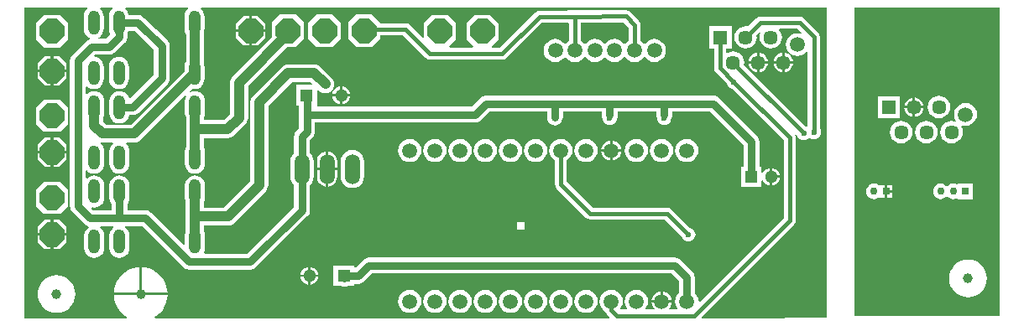
<source format=gtl>
G04*
G04 #@! TF.GenerationSoftware,Altium Limited,Altium Designer,20.0.12 (288)*
G04*
G04 Layer_Physical_Order=1*
G04 Layer_Color=255*
%FSLAX42Y42*%
%MOMM*%
G71*
G01*
G75*
%ADD16R,1.30X1.30*%
%ADD17C,1.30*%
%ADD18C,0.75*%
%ADD19R,0.75X0.75*%
%ADD20C,1.50*%
%ADD21C,1.45*%
%ADD22R,1.45X1.45*%
%ADD23C,1.52*%
%ADD24O,1.52X3.05*%
%ADD25P,2.66X8X112.5*%
%ADD26P,2.66X8X22.5*%
%ADD27O,1.22X2.44*%
%ADD28C,1.00*%
%ADD29C,0.60*%
%ADD30C,1.00*%
%ADD31C,0.80*%
%ADD32C,0.40*%
G36*
X971Y3207D02*
X962Y3200D01*
X946Y3179D01*
X936Y3154D01*
X933Y3128D01*
Y3006D01*
X936Y2980D01*
X946Y2955D01*
X949Y2951D01*
X900Y2904D01*
X832D01*
X829Y2917D01*
X831Y2918D01*
X852Y2934D01*
X869Y2955D01*
X879Y2980D01*
X882Y3006D01*
Y3128D01*
X879Y3154D01*
X869Y3179D01*
X852Y3200D01*
X844Y3207D01*
X848Y3219D01*
X967D01*
X971Y3207D01*
D02*
G37*
G36*
X8171Y83D02*
X7328Y81D01*
X6914D01*
X6909Y92D01*
X7846Y1030D01*
X7859Y1050D01*
X7864Y1073D01*
Y1905D01*
X7859Y1928D01*
X7853Y1937D01*
X7863Y1945D01*
X7874Y1934D01*
X7881Y1917D01*
X7893Y1903D01*
X7907Y1892D01*
X7924Y1884D01*
X7943Y1882D01*
X7961Y1884D01*
X7978Y1892D01*
X7992Y1903D01*
X7997Y1909D01*
X8009Y1900D01*
X8026Y1893D01*
X8044Y1891D01*
X8062Y1893D01*
X8079Y1900D01*
X8094Y1911D01*
X8105Y1926D01*
X8112Y1943D01*
X8115Y1961D01*
X8112Y1980D01*
X8105Y1997D01*
Y2927D01*
X8101Y2950D01*
X8087Y2970D01*
X7945Y3112D01*
X7925Y3126D01*
X7902Y3130D01*
X7507D01*
X7483Y3126D01*
X7463Y3112D01*
X7381Y3030D01*
X7357Y3033D01*
X7328Y3029D01*
X7300Y3018D01*
X7277Y2999D01*
X7259Y2976D01*
X7247Y2949D01*
X7243Y2919D01*
X7247Y2890D01*
X7259Y2863D01*
X7277Y2839D01*
X7300Y2821D01*
X7328Y2810D01*
X7357Y2806D01*
X7386Y2810D01*
X7414Y2821D01*
X7437Y2839D01*
X7455Y2863D01*
X7467Y2890D01*
X7470Y2919D01*
X7467Y2943D01*
X7498Y2974D01*
X7509Y2967D01*
X7501Y2949D01*
X7497Y2919D01*
X7501Y2890D01*
X7513Y2863D01*
X7531Y2839D01*
X7554Y2821D01*
X7582Y2810D01*
X7611Y2806D01*
X7640Y2810D01*
X7668Y2821D01*
X7691Y2839D01*
X7709Y2863D01*
X7721Y2890D01*
X7724Y2919D01*
X7721Y2949D01*
X7709Y2976D01*
X7694Y2995D01*
X7700Y3008D01*
X7876D01*
X7917Y2967D01*
X7910Y2957D01*
X7908Y2957D01*
X7878Y2961D01*
X7848Y2957D01*
X7820Y2946D01*
X7796Y2927D01*
X7777Y2903D01*
X7766Y2875D01*
X7762Y2845D01*
X7766Y2815D01*
X7777Y2787D01*
X7796Y2763D01*
X7820Y2745D01*
X7848Y2733D01*
X7878Y2729D01*
X7908Y2733D01*
X7936Y2745D01*
X7960Y2763D01*
X7970Y2777D01*
X7983Y2772D01*
Y2025D01*
X7970Y2017D01*
X7961Y2021D01*
X7340Y2641D01*
X7343Y2665D01*
X7340Y2695D01*
X7328Y2722D01*
X7310Y2745D01*
X7287Y2764D01*
X7259Y2775D01*
X7230Y2779D01*
X7201Y2775D01*
X7173Y2764D01*
X7170Y2761D01*
X7159Y2767D01*
Y2807D01*
X7215D01*
Y3032D01*
X6990D01*
Y2807D01*
X7036D01*
Y2610D01*
X7041Y2587D01*
X7054Y2567D01*
X7170Y2451D01*
X7177Y2434D01*
X7188Y2419D01*
X7203Y2408D01*
X7220Y2401D01*
X7742Y1880D01*
Y1098D01*
X6892Y248D01*
X6880Y255D01*
X6876Y282D01*
X6865Y310D01*
X6846Y335D01*
X6844Y336D01*
Y493D01*
X6841Y514D01*
X6833Y533D01*
X6820Y550D01*
X6701Y669D01*
X6684Y682D01*
X6665Y690D01*
X6644Y693D01*
X3556D01*
X3535Y690D01*
X3516Y682D01*
X3499Y669D01*
X3422Y593D01*
X3410Y595D01*
Y615D01*
X3200D01*
Y405D01*
X3283D01*
X3289Y403D01*
X3310Y400D01*
X3331Y403D01*
X3337Y405D01*
X3410D01*
Y430D01*
X3454D01*
X3475Y432D01*
X3494Y441D01*
X3511Y453D01*
X3589Y532D01*
X6610D01*
X6682Y459D01*
Y336D01*
X6680Y335D01*
X6662Y310D01*
X6650Y282D01*
X6646Y252D01*
X6650Y221D01*
X6662Y193D01*
X6671Y181D01*
X6665Y168D01*
X6586D01*
X6583Y181D01*
X6598Y201D01*
X6608Y225D01*
X6610Y239D01*
X6408D01*
X6410Y225D01*
X6420Y201D01*
X6435Y181D01*
X6432Y168D01*
X6354D01*
X6347Y181D01*
X6357Y193D01*
X6368Y221D01*
X6372Y252D01*
X6368Y282D01*
X6357Y310D01*
X6338Y335D01*
X6314Y353D01*
X6285Y365D01*
X6255Y369D01*
X6225Y365D01*
X6197Y353D01*
X6172Y335D01*
X6154Y310D01*
X6142Y282D01*
X6138Y252D01*
X6142Y221D01*
X6154Y193D01*
X6163Y181D01*
X6157Y168D01*
X6100D01*
X6093Y181D01*
X6103Y193D01*
X6114Y221D01*
X6118Y252D01*
X6114Y282D01*
X6103Y310D01*
X6084Y335D01*
X6060Y353D01*
X6031Y365D01*
X6001Y369D01*
X5971Y365D01*
X5943Y353D01*
X5918Y335D01*
X5900Y310D01*
X5888Y282D01*
X5884Y252D01*
X5888Y221D01*
X5900Y193D01*
X5918Y169D01*
X5943Y150D01*
X5943Y150D01*
X5945Y140D01*
X5958Y121D01*
X5986Y92D01*
X5981Y81D01*
X1398D01*
X1395Y93D01*
X1414Y106D01*
X1447Y133D01*
X1474Y166D01*
X1497Y202D01*
X1513Y241D01*
X1523Y283D01*
X1525Y312D01*
X985D01*
X987Y283D01*
X997Y241D01*
X1013Y202D01*
X1036Y166D01*
X1063Y133D01*
X1096Y106D01*
X1115Y93D01*
X1112Y81D01*
X81D01*
Y3219D01*
X713D01*
X717Y3207D01*
X708Y3200D01*
X692Y3179D01*
X682Y3154D01*
X679Y3128D01*
Y3006D01*
X682Y2980D01*
X692Y2955D01*
X708Y2934D01*
X730Y2918D01*
X738Y2914D01*
X739Y2906D01*
X738Y2901D01*
X720Y2893D01*
X703Y2880D01*
X563Y2740D01*
X550Y2723D01*
X542Y2704D01*
X539Y2683D01*
Y1216D01*
X542Y1195D01*
X550Y1176D01*
X563Y1159D01*
X688Y1034D01*
X705Y1021D01*
X724Y1013D01*
X727Y1013D01*
X731Y999D01*
X714Y986D01*
X698Y965D01*
X687Y941D01*
X684Y914D01*
Y793D01*
X687Y766D01*
X698Y742D01*
X714Y721D01*
X735Y704D01*
X759Y694D01*
X786Y691D01*
X812Y694D01*
X837Y704D01*
X858Y721D01*
X874Y742D01*
X884Y766D01*
X888Y793D01*
Y914D01*
X884Y941D01*
X874Y965D01*
X858Y986D01*
X843Y998D01*
X847Y1010D01*
X978D01*
X982Y998D01*
X968Y986D01*
X952Y965D01*
X941Y941D01*
X938Y914D01*
Y793D01*
X941Y766D01*
X952Y742D01*
X968Y721D01*
X989Y704D01*
X1013Y694D01*
X1040Y691D01*
X1066Y694D01*
X1091Y704D01*
X1112Y721D01*
X1128Y742D01*
X1138Y766D01*
X1142Y793D01*
Y914D01*
X1138Y941D01*
X1128Y965D01*
X1112Y986D01*
X1096Y999D01*
X1100Y1012D01*
X1269D01*
X1686Y595D01*
X1703Y582D01*
X1722Y574D01*
X1743Y571D01*
X2354D01*
X2364Y572D01*
X2374Y573D01*
X2374Y574D01*
X2375Y574D01*
X2384Y578D01*
X2393Y581D01*
X2394Y582D01*
X2394Y582D01*
X2402Y588D01*
X2410Y594D01*
X2938Y1113D01*
X2938Y1113D01*
X2938Y1113D01*
X2945Y1121D01*
X2951Y1129D01*
X2951Y1130D01*
X2951Y1130D01*
X2955Y1139D01*
X2959Y1149D01*
X2959Y1149D01*
X2959Y1149D01*
X2961Y1160D01*
X2962Y1170D01*
X2962Y1170D01*
X2962Y1170D01*
Y1428D01*
X2964Y1430D01*
X2983Y1454D01*
X2994Y1483D01*
X2998Y1513D01*
Y1665D01*
X2994Y1696D01*
X2983Y1724D01*
X2964Y1748D01*
X2962Y1750D01*
Y1883D01*
X2990Y1910D01*
X3002Y1927D01*
X3010Y1946D01*
X3013Y1967D01*
Y2059D01*
X4628D01*
X4638Y2060D01*
X4648Y2061D01*
X4649Y2061D01*
X4649Y2061D01*
X4658Y2065D01*
X4668Y2069D01*
X4668Y2069D01*
X4668Y2069D01*
X4676Y2076D01*
X4685Y2082D01*
X4772Y2169D01*
X5352D01*
Y2110D01*
X5355Y2090D01*
X5363Y2070D01*
X5375Y2053D01*
X5392Y2041D01*
X5412Y2033D01*
X5432Y2030D01*
X5453Y2033D01*
X5473Y2041D01*
X5490Y2053D01*
X5502Y2070D01*
X5510Y2090D01*
X5513Y2110D01*
Y2169D01*
X5905D01*
Y2135D01*
X5908Y2114D01*
X5916Y2095D01*
X5916Y2094D01*
X5918Y2084D01*
X5925Y2067D01*
X5936Y2053D01*
X5951Y2041D01*
X5968Y2034D01*
X5986Y2032D01*
X6004Y2034D01*
X6021Y2041D01*
X6036Y2053D01*
X6047Y2067D01*
X6054Y2084D01*
X6055Y2094D01*
X6056Y2095D01*
X6064Y2114D01*
X6067Y2135D01*
Y2169D01*
X6455D01*
Y2139D01*
X6458Y2118D01*
X6466Y2099D01*
X6468Y2084D01*
X6475Y2067D01*
X6486Y2053D01*
X6501Y2041D01*
X6518Y2034D01*
X6536Y2032D01*
X6554Y2034D01*
X6571Y2041D01*
X6586Y2053D01*
X6597Y2067D01*
X6604Y2084D01*
X6606Y2099D01*
X6614Y2118D01*
X6617Y2139D01*
Y2169D01*
X6997D01*
X7333Y1833D01*
Y1615D01*
X7308D01*
Y1405D01*
X7518D01*
Y1470D01*
X7531Y1472D01*
X7534Y1464D01*
X7549Y1446D01*
X7568Y1431D01*
X7590Y1422D01*
X7601Y1421D01*
Y1510D01*
Y1600D01*
X7590Y1598D01*
X7568Y1589D01*
X7549Y1574D01*
X7534Y1556D01*
X7531Y1548D01*
X7518Y1550D01*
Y1615D01*
X7494D01*
Y1866D01*
X7491Y1887D01*
X7483Y1907D01*
X7470Y1923D01*
X7087Y2307D01*
X7070Y2320D01*
X7051Y2328D01*
X7030Y2330D01*
X4739D01*
X4729Y2329D01*
X4718Y2328D01*
X4718Y2328D01*
X4718Y2328D01*
X4708Y2324D01*
X4699Y2320D01*
X4699Y2320D01*
X4699Y2320D01*
X4690Y2313D01*
X4682Y2307D01*
X4595Y2220D01*
X3042D01*
X3034Y2229D01*
Y2383D01*
X3046Y2388D01*
X3052Y2381D01*
X3071Y2367D01*
X3093Y2358D01*
X3117Y2355D01*
X3140Y2358D01*
X3162Y2367D01*
X3181Y2381D01*
X3195Y2400D01*
X3204Y2422D01*
X3207Y2446D01*
X3204Y2469D01*
X3195Y2491D01*
X3181Y2510D01*
X3069Y2621D01*
X3050Y2636D01*
X3029Y2645D01*
X3005Y2648D01*
X2743D01*
X2719Y2645D01*
X2698Y2636D01*
X2679Y2621D01*
X2389Y2331D01*
X2374Y2312D01*
X2365Y2290D01*
X2362Y2267D01*
Y1465D01*
X2097Y1200D01*
X1891D01*
Y1253D01*
X1900Y1274D01*
X1904Y1301D01*
Y1422D01*
X1900Y1449D01*
X1890Y1473D01*
X1874Y1494D01*
X1853Y1511D01*
X1828Y1521D01*
X1802Y1524D01*
X1775Y1521D01*
X1751Y1511D01*
X1730Y1494D01*
X1714Y1473D01*
X1703Y1449D01*
X1700Y1422D01*
Y1301D01*
X1703Y1274D01*
X1710Y1258D01*
Y1109D01*
Y957D01*
X1703Y941D01*
X1700Y914D01*
Y826D01*
X1688Y821D01*
X1360Y1149D01*
X1343Y1162D01*
X1324Y1170D01*
X1303Y1173D01*
X1120D01*
Y1240D01*
X1128Y1250D01*
X1138Y1274D01*
X1142Y1301D01*
Y1422D01*
X1138Y1449D01*
X1128Y1473D01*
X1112Y1494D01*
X1091Y1511D01*
X1066Y1521D01*
X1040Y1524D01*
X1013Y1521D01*
X989Y1511D01*
X968Y1494D01*
X952Y1473D01*
X941Y1449D01*
X938Y1422D01*
Y1301D01*
X941Y1274D01*
X952Y1250D01*
X959Y1240D01*
Y1172D01*
X779D01*
X761Y1189D01*
X767Y1201D01*
X786Y1199D01*
X812Y1202D01*
X837Y1212D01*
X858Y1229D01*
X874Y1250D01*
X884Y1274D01*
X888Y1301D01*
Y1422D01*
X884Y1449D01*
X874Y1473D01*
X858Y1494D01*
X837Y1511D01*
X812Y1521D01*
X786Y1524D01*
X759Y1521D01*
X735Y1511D01*
X714Y1494D01*
X713Y1493D01*
X701Y1497D01*
Y1570D01*
X713Y1574D01*
X714Y1572D01*
X735Y1556D01*
X759Y1546D01*
X786Y1543D01*
X812Y1546D01*
X837Y1556D01*
X858Y1572D01*
X874Y1594D01*
X884Y1618D01*
X888Y1644D01*
Y1766D01*
X884Y1793D01*
X874Y1817D01*
X858Y1838D01*
X849Y1845D01*
X854Y1857D01*
X868Y1856D01*
X969D01*
X974Y1843D01*
X968Y1838D01*
X952Y1817D01*
X941Y1793D01*
X938Y1766D01*
Y1644D01*
X941Y1618D01*
X952Y1594D01*
X968Y1572D01*
X989Y1556D01*
X1013Y1546D01*
X1040Y1543D01*
X1066Y1546D01*
X1091Y1556D01*
X1112Y1572D01*
X1128Y1594D01*
X1138Y1618D01*
X1142Y1644D01*
Y1766D01*
X1138Y1793D01*
X1128Y1817D01*
X1112Y1838D01*
X1106Y1843D01*
X1110Y1856D01*
X1191D01*
X1214Y1859D01*
X1236Y1868D01*
X1255Y1882D01*
X1701Y2328D01*
X1712Y2321D01*
X1703Y2301D01*
X1700Y2274D01*
Y2152D01*
X1703Y2126D01*
X1711Y2108D01*
Y1811D01*
X1703Y1793D01*
X1700Y1766D01*
Y1644D01*
X1703Y1618D01*
X1714Y1594D01*
X1730Y1572D01*
X1751Y1556D01*
X1775Y1546D01*
X1802Y1543D01*
X1828Y1546D01*
X1853Y1556D01*
X1874Y1572D01*
X1890Y1594D01*
X1900Y1618D01*
X1904Y1644D01*
Y1766D01*
X1900Y1793D01*
X1893Y1811D01*
Y1901D01*
X2132D01*
X2155Y1904D01*
X2177Y1914D01*
X2196Y1928D01*
X2310Y2042D01*
X2325Y2061D01*
X2334Y2083D01*
X2337Y2106D01*
Y2423D01*
X2734Y2823D01*
X2820D01*
X2901Y2904D01*
Y3067D01*
X2820Y3149D01*
X2657D01*
X2575Y3067D01*
Y2921D01*
X2182Y2525D01*
X2175Y2516D01*
X2168Y2506D01*
X2168Y2506D01*
X2168Y2506D01*
X2163Y2495D01*
X2159Y2484D01*
X2159Y2484D01*
X2159Y2484D01*
X2157Y2473D01*
X2155Y2461D01*
Y2144D01*
X2094Y2083D01*
X1893D01*
Y2108D01*
X1900Y2126D01*
X1904Y2152D01*
Y2274D01*
X1900Y2301D01*
X1890Y2325D01*
X1874Y2346D01*
X1853Y2363D01*
X1828Y2373D01*
X1802Y2376D01*
X1775Y2373D01*
X1755Y2364D01*
X1748Y2375D01*
X1772Y2399D01*
X1796Y2396D01*
X1823Y2400D01*
X1847Y2410D01*
X1868Y2426D01*
X1885Y2447D01*
X1895Y2472D01*
X1898Y2498D01*
Y2620D01*
X1895Y2646D01*
X1893Y2652D01*
Y2974D01*
X1895Y2980D01*
X1898Y3006D01*
Y3128D01*
X1895Y3154D01*
X1885Y3179D01*
X1868Y3200D01*
X1860Y3207D01*
X1864Y3219D01*
X8171D01*
X8171Y83D01*
D02*
G37*
G36*
X1733Y3207D02*
X1724Y3200D01*
X1708Y3179D01*
X1698Y3154D01*
X1695Y3128D01*
Y3006D01*
X1698Y2980D01*
X1708Y2955D01*
X1711Y2951D01*
Y2674D01*
X1708Y2671D01*
X1698Y2646D01*
X1695Y2620D01*
Y2579D01*
X1153Y2037D01*
X906D01*
X877Y2066D01*
Y2108D01*
X884Y2126D01*
X888Y2152D01*
Y2274D01*
X884Y2301D01*
X874Y2325D01*
X858Y2346D01*
X837Y2363D01*
X812Y2373D01*
X786Y2376D01*
X759Y2373D01*
X735Y2363D01*
X714Y2346D01*
X713Y2345D01*
X701Y2349D01*
Y2416D01*
X713Y2422D01*
X730Y2410D01*
X754Y2400D01*
X780Y2396D01*
X807Y2400D01*
X831Y2410D01*
X852Y2426D01*
X869Y2447D01*
X879Y2472D01*
X882Y2498D01*
Y2620D01*
X879Y2646D01*
X869Y2671D01*
X852Y2692D01*
X831Y2708D01*
X807Y2718D01*
X789Y2720D01*
X785Y2734D01*
X794Y2743D01*
X932D01*
X941Y2744D01*
X950Y2745D01*
X951Y2745D01*
X953Y2745D01*
X961Y2749D01*
X970Y2752D01*
X971Y2753D01*
X972Y2754D01*
X980Y2759D01*
X987Y2765D01*
X1095Y2866D01*
X1096Y2867D01*
X1097Y2868D01*
X1102Y2875D01*
X1108Y2883D01*
X1109Y2884D01*
X1110Y2885D01*
X1113Y2893D01*
X1117Y2902D01*
X1117Y2903D01*
X1118Y2904D01*
X1119Y2913D01*
X1120Y2923D01*
X1120Y2924D01*
X1120Y2925D01*
Y2952D01*
X1123Y2955D01*
X1133Y2980D01*
X1133Y2985D01*
X1192D01*
X1388Y2795D01*
Y2539D01*
X1151Y2302D01*
X1148Y2302D01*
X1136Y2305D01*
X1128Y2325D01*
X1112Y2346D01*
X1091Y2363D01*
X1066Y2373D01*
X1040Y2376D01*
X1013Y2373D01*
X989Y2363D01*
X968Y2346D01*
X952Y2325D01*
X941Y2301D01*
X938Y2274D01*
Y2152D01*
X941Y2126D01*
X952Y2102D01*
X968Y2080D01*
X989Y2064D01*
X1013Y2054D01*
X1040Y2051D01*
X1066Y2054D01*
X1091Y2064D01*
X1112Y2080D01*
X1128Y2102D01*
X1138Y2126D01*
X1139Y2133D01*
X1176D01*
X1197Y2135D01*
X1217Y2144D01*
X1233Y2156D01*
X1526Y2449D01*
X1539Y2466D01*
X1547Y2485D01*
X1549Y2506D01*
Y2829D01*
X1549Y2830D01*
X1549Y2831D01*
X1548Y2841D01*
X1547Y2850D01*
X1546Y2851D01*
X1546Y2852D01*
X1542Y2861D01*
X1539Y2870D01*
X1538Y2870D01*
X1538Y2871D01*
X1532Y2879D01*
X1526Y2887D01*
X1525Y2887D01*
X1525Y2888D01*
X1294Y3110D01*
X1282Y3122D01*
X1265Y3135D01*
X1246Y3143D01*
X1225Y3146D01*
X1134D01*
X1133Y3154D01*
X1123Y3179D01*
X1106Y3200D01*
X1098Y3207D01*
X1102Y3219D01*
X1729D01*
X1733Y3207D01*
D02*
G37*
G36*
X2983Y2451D02*
X2978Y2439D01*
X2824D01*
Y2229D01*
X2852D01*
Y2139D01*
Y2001D01*
X2824Y1973D01*
X2811Y1956D01*
X2803Y1937D01*
X2801Y1916D01*
Y1750D01*
X2798Y1748D01*
X2780Y1724D01*
X2768Y1696D01*
X2764Y1665D01*
Y1513D01*
X2768Y1483D01*
X2780Y1454D01*
X2798Y1430D01*
X2801Y1428D01*
Y1204D01*
X2321Y732D01*
X1897D01*
X1891Y745D01*
X1900Y766D01*
X1904Y793D01*
Y914D01*
X1900Y941D01*
X1891Y962D01*
Y1018D01*
X2134D01*
X2158Y1021D01*
X2180Y1030D01*
X2199Y1045D01*
X2517Y1363D01*
X2531Y1382D01*
X2540Y1404D01*
X2544Y1427D01*
Y2229D01*
X2780Y2466D01*
X2967D01*
X2983Y2451D01*
D02*
G37*
G36*
X9919Y101D02*
X8455D01*
Y375D01*
X8455Y376D01*
X8455Y377D01*
Y625D01*
X8455Y626D01*
X8455Y627D01*
Y875D01*
X8455Y876D01*
X8455Y877D01*
Y1125D01*
X8455Y1126D01*
X8455Y1127D01*
Y1375D01*
X8455Y1376D01*
X8455Y1377D01*
Y1625D01*
X8455Y1626D01*
X8455Y1627D01*
Y1875D01*
X8455Y1876D01*
X8455Y1877D01*
Y2125D01*
X8455Y2126D01*
X8455Y2127D01*
Y2375D01*
X8455Y2376D01*
X8455Y2377D01*
Y2625D01*
X8455Y2626D01*
X8455Y2627D01*
Y2875D01*
X8455Y2876D01*
X8455Y2877D01*
Y3219D01*
X9919D01*
Y101D01*
D02*
G37*
%LPC*%
G36*
X6147Y3193D02*
X6147Y3193D01*
X6147Y3193D01*
X5641Y3191D01*
X5638Y3191D01*
X5635Y3191D01*
X5478Y3190D01*
X5276D01*
X5253Y3186D01*
X5233Y3173D01*
X4876Y2815D01*
X4800D01*
X4795Y2828D01*
X4864Y2898D01*
Y3061D01*
X4783Y3142D01*
X4620D01*
X4539Y3061D01*
Y2898D01*
X4608Y2828D01*
X4603Y2815D01*
X4371D01*
X4365Y2828D01*
X4435Y2898D01*
Y3061D01*
X4354Y3142D01*
X4191D01*
X4109Y3061D01*
Y2920D01*
X4098Y2915D01*
X3971Y3042D01*
X3951Y3056D01*
X3927Y3060D01*
X3671D01*
Y3067D01*
X3589Y3149D01*
X3426D01*
X3345Y3067D01*
Y2904D01*
X3426Y2823D01*
X3589D01*
X3671Y2904D01*
Y2938D01*
X3902D01*
X4129Y2711D01*
X4149Y2698D01*
X4172Y2693D01*
X4901D01*
X4924Y2698D01*
X4944Y2711D01*
X5302Y3068D01*
X5478D01*
X5479Y3068D01*
X5479Y3068D01*
X5566Y3068D01*
X5575Y3060D01*
Y2885D01*
X5553Y2868D01*
X5542Y2854D01*
X5529D01*
X5519Y2868D01*
X5494Y2887D01*
X5466Y2899D01*
X5436Y2903D01*
X5405Y2899D01*
X5377Y2887D01*
X5353Y2868D01*
X5334Y2844D01*
X5323Y2816D01*
X5319Y2786D01*
X5323Y2755D01*
X5334Y2727D01*
X5353Y2703D01*
X5377Y2684D01*
X5405Y2672D01*
X5436Y2668D01*
X5466Y2672D01*
X5494Y2684D01*
X5519Y2703D01*
X5529Y2717D01*
X5542D01*
X5553Y2703D01*
X5577Y2684D01*
X5605Y2672D01*
X5636Y2668D01*
X5666Y2672D01*
X5694Y2684D01*
X5719Y2703D01*
X5729Y2717D01*
X5742D01*
X5753Y2703D01*
X5777Y2684D01*
X5805Y2672D01*
X5836Y2668D01*
X5866Y2672D01*
X5894Y2684D01*
X5919Y2703D01*
X5929Y2717D01*
X5942D01*
X5953Y2703D01*
X5977Y2684D01*
X6005Y2672D01*
X6036Y2668D01*
X6066Y2672D01*
X6094Y2684D01*
X6119Y2703D01*
X6129Y2717D01*
X6142D01*
X6153Y2703D01*
X6177Y2684D01*
X6205Y2672D01*
X6236Y2668D01*
X6266Y2672D01*
X6294Y2684D01*
X6319Y2703D01*
X6329Y2717D01*
X6342D01*
X6353Y2703D01*
X6377Y2684D01*
X6405Y2672D01*
X6436Y2668D01*
X6466Y2672D01*
X6494Y2684D01*
X6519Y2703D01*
X6537Y2727D01*
X6549Y2755D01*
X6553Y2786D01*
X6549Y2816D01*
X6537Y2844D01*
X6519Y2868D01*
X6494Y2887D01*
X6466Y2899D01*
X6436Y2903D01*
X6405Y2899D01*
X6377Y2887D01*
X6353Y2868D01*
X6342Y2854D01*
X6329D01*
X6319Y2868D01*
X6297Y2885D01*
Y3044D01*
X6292Y3067D01*
X6279Y3087D01*
X6191Y3175D01*
X6190Y3175D01*
X6190Y3176D01*
X6181Y3182D01*
X6171Y3189D01*
X6171Y3189D01*
X6170Y3189D01*
X6159Y3191D01*
X6147Y3193D01*
D02*
G37*
G36*
X2437Y3134D02*
X2376D01*
Y2999D01*
X2511D01*
Y3060D01*
X2437Y3134D01*
D02*
G37*
G36*
X2350D02*
X2289D01*
X2215Y3060D01*
Y2999D01*
X2350D01*
Y3134D01*
D02*
G37*
G36*
X2511Y2973D02*
X2376D01*
Y2838D01*
X2437D01*
X2511Y2912D01*
Y2973D01*
D02*
G37*
G36*
X2350D02*
X2215D01*
Y2912D01*
X2289Y2838D01*
X2350D01*
Y2973D01*
D02*
G37*
G36*
X3189Y3149D02*
X3026D01*
X2945Y3067D01*
Y2904D01*
X3026Y2823D01*
X3189D01*
X3271Y2904D01*
Y3067D01*
X3189Y3149D01*
D02*
G37*
G36*
X441Y3142D02*
X279D01*
X197Y3061D01*
Y2898D01*
X279Y2816D01*
X441D01*
X523Y2898D01*
Y3061D01*
X441Y3142D01*
D02*
G37*
G36*
X7751Y2762D02*
Y2678D01*
X7835D01*
X7833Y2691D01*
X7823Y2715D01*
X7808Y2735D01*
X7787Y2751D01*
X7763Y2761D01*
X7751Y2762D01*
D02*
G37*
G36*
X7725D02*
X7712Y2761D01*
X7689Y2751D01*
X7668Y2735D01*
X7652Y2715D01*
X7643Y2691D01*
X7641Y2678D01*
X7725D01*
Y2762D01*
D02*
G37*
G36*
X7497D02*
Y2678D01*
X7581D01*
X7579Y2691D01*
X7569Y2715D01*
X7554Y2735D01*
X7533Y2751D01*
X7509Y2761D01*
X7497Y2762D01*
D02*
G37*
G36*
X7471D02*
X7458Y2761D01*
X7435Y2751D01*
X7414Y2735D01*
X7398Y2715D01*
X7389Y2691D01*
X7387Y2678D01*
X7471D01*
Y2762D01*
D02*
G37*
G36*
X434Y2728D02*
X373D01*
Y2592D01*
X508D01*
Y2654D01*
X434Y2728D01*
D02*
G37*
G36*
X347D02*
X286D01*
X212Y2654D01*
Y2592D01*
X347D01*
Y2728D01*
D02*
G37*
G36*
X7835Y2653D02*
X7751D01*
Y2568D01*
X7763Y2570D01*
X7787Y2580D01*
X7808Y2595D01*
X7823Y2616D01*
X7833Y2640D01*
X7835Y2653D01*
D02*
G37*
G36*
X7725D02*
X7641D01*
X7643Y2640D01*
X7652Y2616D01*
X7668Y2595D01*
X7689Y2580D01*
X7712Y2570D01*
X7725Y2568D01*
Y2653D01*
D02*
G37*
G36*
X7581D02*
X7497D01*
Y2568D01*
X7509Y2570D01*
X7533Y2580D01*
X7554Y2595D01*
X7569Y2616D01*
X7579Y2640D01*
X7581Y2653D01*
D02*
G37*
G36*
X7471D02*
X7387D01*
X7389Y2640D01*
X7398Y2616D01*
X7414Y2595D01*
X7435Y2580D01*
X7458Y2570D01*
X7471Y2568D01*
Y2653D01*
D02*
G37*
G36*
X508Y2567D02*
X373D01*
Y2431D01*
X434D01*
X508Y2505D01*
Y2567D01*
D02*
G37*
G36*
X347D02*
X212D01*
Y2505D01*
X286Y2431D01*
X347D01*
Y2567D01*
D02*
G37*
G36*
X3292Y2424D02*
Y2347D01*
X3368D01*
X3367Y2358D01*
X3358Y2380D01*
X3343Y2399D01*
X3324Y2413D01*
X3302Y2422D01*
X3292Y2424D01*
D02*
G37*
G36*
X3266D02*
X3255Y2422D01*
X3233Y2413D01*
X3214Y2399D01*
X3200Y2380D01*
X3191Y2358D01*
X3189Y2347D01*
X3266D01*
Y2424D01*
D02*
G37*
G36*
X3368Y2322D02*
X3292D01*
Y2245D01*
X3302Y2246D01*
X3324Y2255D01*
X3343Y2270D01*
X3358Y2289D01*
X3367Y2311D01*
X3368Y2322D01*
D02*
G37*
G36*
X3266D02*
X3189D01*
X3191Y2311D01*
X3200Y2289D01*
X3214Y2270D01*
X3233Y2255D01*
X3255Y2246D01*
X3266Y2245D01*
Y2322D01*
D02*
G37*
G36*
X441Y2292D02*
X279D01*
X197Y2210D01*
Y2047D01*
X279Y1966D01*
X441D01*
X523Y2047D01*
Y2210D01*
X441Y2292D01*
D02*
G37*
G36*
X6014Y1877D02*
Y1789D01*
X6102D01*
X6100Y1802D01*
X6090Y1827D01*
X6074Y1848D01*
X6052Y1865D01*
X6028Y1875D01*
X6014Y1877D01*
D02*
G37*
G36*
X5988D02*
X5975Y1875D01*
X5950Y1865D01*
X5929Y1848D01*
X5912Y1827D01*
X5902Y1802D01*
X5900Y1789D01*
X5988D01*
Y1877D01*
D02*
G37*
G36*
X434Y1908D02*
X373D01*
Y1772D01*
X508D01*
Y1834D01*
X434Y1908D01*
D02*
G37*
G36*
X347D02*
X286D01*
X212Y1834D01*
Y1772D01*
X347D01*
Y1908D01*
D02*
G37*
G36*
X6102Y1763D02*
X6014D01*
Y1675D01*
X6028Y1677D01*
X6052Y1687D01*
X6074Y1703D01*
X6090Y1725D01*
X6100Y1749D01*
X6102Y1763D01*
D02*
G37*
G36*
X5988D02*
X5900D01*
X5902Y1749D01*
X5912Y1725D01*
X5929Y1703D01*
X5950Y1687D01*
X5975Y1677D01*
X5988Y1675D01*
Y1763D01*
D02*
G37*
G36*
X6763Y1893D02*
X6733Y1889D01*
X6705Y1877D01*
X6680Y1859D01*
X6662Y1834D01*
X6650Y1806D01*
X6646Y1776D01*
X6650Y1745D01*
X6662Y1717D01*
X6680Y1693D01*
X6705Y1674D01*
X6733Y1663D01*
X6763Y1659D01*
X6793Y1663D01*
X6822Y1674D01*
X6846Y1693D01*
X6865Y1717D01*
X6876Y1745D01*
X6880Y1776D01*
X6876Y1806D01*
X6865Y1834D01*
X6846Y1859D01*
X6822Y1877D01*
X6793Y1889D01*
X6763Y1893D01*
D02*
G37*
G36*
X6509D02*
X6479Y1889D01*
X6451Y1877D01*
X6426Y1859D01*
X6408Y1834D01*
X6396Y1806D01*
X6392Y1776D01*
X6396Y1745D01*
X6408Y1717D01*
X6426Y1693D01*
X6451Y1674D01*
X6479Y1663D01*
X6509Y1659D01*
X6539Y1663D01*
X6568Y1674D01*
X6592Y1693D01*
X6611Y1717D01*
X6622Y1745D01*
X6626Y1776D01*
X6622Y1806D01*
X6611Y1834D01*
X6592Y1859D01*
X6568Y1877D01*
X6539Y1889D01*
X6509Y1893D01*
D02*
G37*
G36*
X6255D02*
X6225Y1889D01*
X6197Y1877D01*
X6172Y1859D01*
X6154Y1834D01*
X6142Y1806D01*
X6138Y1776D01*
X6142Y1745D01*
X6154Y1717D01*
X6172Y1693D01*
X6197Y1674D01*
X6225Y1663D01*
X6255Y1659D01*
X6285Y1663D01*
X6314Y1674D01*
X6338Y1693D01*
X6357Y1717D01*
X6368Y1745D01*
X6372Y1776D01*
X6368Y1806D01*
X6357Y1834D01*
X6338Y1859D01*
X6314Y1877D01*
X6285Y1889D01*
X6255Y1893D01*
D02*
G37*
G36*
X5747D02*
X5717Y1889D01*
X5689Y1877D01*
X5664Y1859D01*
X5646Y1834D01*
X5634Y1806D01*
X5630Y1776D01*
X5634Y1745D01*
X5646Y1717D01*
X5664Y1693D01*
X5689Y1674D01*
X5717Y1663D01*
X5747Y1659D01*
X5777Y1663D01*
X5806Y1674D01*
X5830Y1693D01*
X5849Y1717D01*
X5860Y1745D01*
X5864Y1776D01*
X5860Y1806D01*
X5849Y1834D01*
X5830Y1859D01*
X5806Y1877D01*
X5777Y1889D01*
X5747Y1893D01*
D02*
G37*
G36*
X5239D02*
X5209Y1889D01*
X5181Y1877D01*
X5156Y1859D01*
X5138Y1834D01*
X5126Y1806D01*
X5122Y1776D01*
X5126Y1745D01*
X5138Y1717D01*
X5156Y1693D01*
X5181Y1674D01*
X5209Y1663D01*
X5239Y1659D01*
X5269Y1663D01*
X5298Y1674D01*
X5322Y1693D01*
X5341Y1717D01*
X5352Y1745D01*
X5356Y1776D01*
X5352Y1806D01*
X5341Y1834D01*
X5322Y1859D01*
X5298Y1877D01*
X5269Y1889D01*
X5239Y1893D01*
D02*
G37*
G36*
X4985D02*
X4955Y1889D01*
X4927Y1877D01*
X4902Y1859D01*
X4884Y1834D01*
X4872Y1806D01*
X4868Y1776D01*
X4872Y1745D01*
X4884Y1717D01*
X4902Y1693D01*
X4927Y1674D01*
X4955Y1663D01*
X4985Y1659D01*
X5015Y1663D01*
X5044Y1674D01*
X5068Y1693D01*
X5087Y1717D01*
X5098Y1745D01*
X5102Y1776D01*
X5098Y1806D01*
X5087Y1834D01*
X5068Y1859D01*
X5044Y1877D01*
X5015Y1889D01*
X4985Y1893D01*
D02*
G37*
G36*
X4731D02*
X4701Y1889D01*
X4673Y1877D01*
X4648Y1859D01*
X4630Y1834D01*
X4618Y1806D01*
X4614Y1776D01*
X4618Y1745D01*
X4630Y1717D01*
X4648Y1693D01*
X4673Y1674D01*
X4701Y1663D01*
X4731Y1659D01*
X4761Y1663D01*
X4790Y1674D01*
X4814Y1693D01*
X4833Y1717D01*
X4844Y1745D01*
X4848Y1776D01*
X4844Y1806D01*
X4833Y1834D01*
X4814Y1859D01*
X4790Y1877D01*
X4761Y1889D01*
X4731Y1893D01*
D02*
G37*
G36*
X4477D02*
X4447Y1889D01*
X4419Y1877D01*
X4394Y1859D01*
X4376Y1834D01*
X4364Y1806D01*
X4360Y1776D01*
X4364Y1745D01*
X4376Y1717D01*
X4394Y1693D01*
X4419Y1674D01*
X4447Y1663D01*
X4477Y1659D01*
X4507Y1663D01*
X4536Y1674D01*
X4560Y1693D01*
X4579Y1717D01*
X4590Y1745D01*
X4594Y1776D01*
X4590Y1806D01*
X4579Y1834D01*
X4560Y1859D01*
X4536Y1877D01*
X4507Y1889D01*
X4477Y1893D01*
D02*
G37*
G36*
X4223D02*
X4193Y1889D01*
X4165Y1877D01*
X4140Y1859D01*
X4122Y1834D01*
X4110Y1806D01*
X4106Y1776D01*
X4110Y1745D01*
X4122Y1717D01*
X4140Y1693D01*
X4165Y1674D01*
X4193Y1663D01*
X4223Y1659D01*
X4253Y1663D01*
X4282Y1674D01*
X4306Y1693D01*
X4325Y1717D01*
X4336Y1745D01*
X4340Y1776D01*
X4336Y1806D01*
X4325Y1834D01*
X4306Y1859D01*
X4282Y1877D01*
X4253Y1889D01*
X4223Y1893D01*
D02*
G37*
G36*
X3969D02*
X3939Y1889D01*
X3911Y1877D01*
X3886Y1859D01*
X3868Y1834D01*
X3856Y1806D01*
X3852Y1776D01*
X3856Y1745D01*
X3868Y1717D01*
X3886Y1693D01*
X3911Y1674D01*
X3939Y1663D01*
X3969Y1659D01*
X3999Y1663D01*
X4028Y1674D01*
X4052Y1693D01*
X4071Y1717D01*
X4082Y1745D01*
X4086Y1776D01*
X4082Y1806D01*
X4071Y1834D01*
X4052Y1859D01*
X4028Y1877D01*
X3999Y1889D01*
X3969Y1893D01*
D02*
G37*
G36*
X508Y1747D02*
X373D01*
Y1611D01*
X434D01*
X508Y1685D01*
Y1747D01*
D02*
G37*
G36*
X347D02*
X212D01*
Y1685D01*
X286Y1611D01*
X347D01*
Y1747D01*
D02*
G37*
G36*
X3148Y1766D02*
Y1602D01*
X3238D01*
Y1665D01*
X3234Y1692D01*
X3224Y1717D01*
X3208Y1738D01*
X3186Y1754D01*
X3162Y1764D01*
X3148Y1766D01*
D02*
G37*
G36*
X3123D02*
X3109Y1764D01*
X3084Y1754D01*
X3063Y1738D01*
X3047Y1717D01*
X3036Y1692D01*
X3033Y1665D01*
Y1602D01*
X3123D01*
Y1766D01*
D02*
G37*
G36*
X7626Y1600D02*
Y1523D01*
X7703D01*
X7701Y1534D01*
X7692Y1556D01*
X7678Y1574D01*
X7659Y1589D01*
X7637Y1598D01*
X7626Y1600D01*
D02*
G37*
G36*
X7703Y1497D02*
X7626D01*
Y1421D01*
X7637Y1422D01*
X7659Y1431D01*
X7678Y1446D01*
X7692Y1464D01*
X7701Y1486D01*
X7703Y1497D01*
D02*
G37*
G36*
X3238Y1576D02*
X3148D01*
Y1412D01*
X3162Y1414D01*
X3186Y1424D01*
X3208Y1440D01*
X3224Y1462D01*
X3234Y1486D01*
X3238Y1513D01*
Y1576D01*
D02*
G37*
G36*
X3123D02*
X3033D01*
Y1513D01*
X3036Y1486D01*
X3047Y1462D01*
X3063Y1440D01*
X3084Y1424D01*
X3109Y1414D01*
X3123Y1412D01*
Y1576D01*
D02*
G37*
G36*
X3389Y1783D02*
X3359Y1779D01*
X3331Y1767D01*
X3306Y1748D01*
X3288Y1724D01*
X3276Y1696D01*
X3272Y1665D01*
Y1513D01*
X3276Y1483D01*
X3288Y1454D01*
X3306Y1430D01*
X3331Y1411D01*
X3359Y1400D01*
X3389Y1396D01*
X3420Y1400D01*
X3448Y1411D01*
X3472Y1430D01*
X3491Y1454D01*
X3502Y1483D01*
X3506Y1513D01*
Y1665D01*
X3502Y1696D01*
X3491Y1724D01*
X3472Y1748D01*
X3448Y1767D01*
X3420Y1779D01*
X3389Y1783D01*
D02*
G37*
G36*
X441Y1459D02*
X279D01*
X197Y1377D01*
Y1214D01*
X279Y1133D01*
X441D01*
X523Y1214D01*
Y1377D01*
X441Y1459D01*
D02*
G37*
G36*
X5127Y1054D02*
X5047D01*
Y974D01*
X5127D01*
Y1054D01*
D02*
G37*
G36*
X434Y1075D02*
X373D01*
Y939D01*
X508D01*
Y1001D01*
X434Y1075D01*
D02*
G37*
G36*
X347D02*
X286D01*
X212Y1001D01*
Y939D01*
X347D01*
Y1075D01*
D02*
G37*
G36*
X5493Y1893D02*
X5463Y1889D01*
X5435Y1877D01*
X5410Y1859D01*
X5392Y1834D01*
X5380Y1806D01*
X5376Y1776D01*
X5380Y1745D01*
X5392Y1717D01*
X5410Y1693D01*
X5432Y1676D01*
Y1437D01*
X5437Y1413D01*
X5450Y1393D01*
X5748Y1095D01*
X5768Y1082D01*
X5791Y1077D01*
X6541D01*
X6711Y907D01*
X6718Y890D01*
X6730Y875D01*
X6744Y864D01*
X6761Y857D01*
X6779Y855D01*
X6798Y857D01*
X6815Y864D01*
X6829Y875D01*
X6841Y890D01*
X6848Y907D01*
X6850Y925D01*
X6848Y944D01*
X6841Y961D01*
X6829Y975D01*
X6815Y986D01*
X6798Y994D01*
X6610Y1182D01*
X6590Y1195D01*
X6566Y1200D01*
X5817D01*
X5554Y1462D01*
Y1676D01*
X5576Y1693D01*
X5595Y1717D01*
X5606Y1745D01*
X5610Y1776D01*
X5606Y1806D01*
X5595Y1834D01*
X5576Y1859D01*
X5552Y1877D01*
X5523Y1889D01*
X5493Y1893D01*
D02*
G37*
G36*
X508Y914D02*
X373D01*
Y778D01*
X434D01*
X508Y852D01*
Y914D01*
D02*
G37*
G36*
X347D02*
X212D01*
Y852D01*
X286Y778D01*
X347D01*
Y914D01*
D02*
G37*
G36*
X2967Y600D02*
Y523D01*
X3044D01*
X3043Y534D01*
X3034Y556D01*
X3019Y575D01*
X3000Y589D01*
X2978Y599D01*
X2967Y600D01*
D02*
G37*
G36*
X2942D02*
X2931Y599D01*
X2909Y589D01*
X2890Y575D01*
X2876Y556D01*
X2867Y534D01*
X2865Y523D01*
X2942D01*
Y600D01*
D02*
G37*
G36*
X3044Y498D02*
X2967D01*
Y421D01*
X2978Y422D01*
X3000Y431D01*
X3019Y446D01*
X3034Y465D01*
X3043Y487D01*
X3044Y498D01*
D02*
G37*
G36*
X2942D02*
X2865D01*
X2867Y487D01*
X2876Y465D01*
X2890Y446D01*
X2909Y431D01*
X2931Y422D01*
X2942Y421D01*
Y498D01*
D02*
G37*
G36*
X1268Y595D02*
Y338D01*
X1525D01*
X1523Y367D01*
X1513Y409D01*
X1497Y448D01*
X1474Y484D01*
X1447Y517D01*
X1414Y544D01*
X1378Y567D01*
X1339Y583D01*
X1297Y593D01*
X1268Y595D01*
D02*
G37*
G36*
X1242D02*
X1213Y593D01*
X1171Y583D01*
X1132Y567D01*
X1096Y544D01*
X1063Y517D01*
X1036Y484D01*
X1013Y448D01*
X997Y409D01*
X987Y367D01*
X985Y338D01*
X1242D01*
Y595D01*
D02*
G37*
G36*
X6522Y353D02*
Y265D01*
X6610D01*
X6608Y278D01*
X6598Y303D01*
X6582Y324D01*
X6560Y341D01*
X6536Y351D01*
X6522Y353D01*
D02*
G37*
G36*
X6496D02*
X6483Y351D01*
X6458Y341D01*
X6437Y324D01*
X6420Y303D01*
X6410Y278D01*
X6408Y265D01*
X6496D01*
Y353D01*
D02*
G37*
G36*
X5747Y369D02*
X5717Y365D01*
X5689Y353D01*
X5664Y335D01*
X5646Y310D01*
X5634Y282D01*
X5630Y252D01*
X5634Y221D01*
X5646Y193D01*
X5664Y169D01*
X5689Y150D01*
X5717Y139D01*
X5747Y135D01*
X5777Y139D01*
X5806Y150D01*
X5830Y169D01*
X5849Y193D01*
X5860Y221D01*
X5864Y252D01*
X5860Y282D01*
X5849Y310D01*
X5830Y335D01*
X5806Y353D01*
X5777Y365D01*
X5747Y369D01*
D02*
G37*
G36*
X5493D02*
X5463Y365D01*
X5435Y353D01*
X5410Y335D01*
X5392Y310D01*
X5380Y282D01*
X5376Y252D01*
X5380Y221D01*
X5392Y193D01*
X5410Y169D01*
X5435Y150D01*
X5463Y139D01*
X5493Y135D01*
X5523Y139D01*
X5552Y150D01*
X5576Y169D01*
X5595Y193D01*
X5606Y221D01*
X5610Y252D01*
X5606Y282D01*
X5595Y310D01*
X5576Y335D01*
X5552Y353D01*
X5523Y365D01*
X5493Y369D01*
D02*
G37*
G36*
X5239D02*
X5209Y365D01*
X5181Y353D01*
X5156Y335D01*
X5138Y310D01*
X5126Y282D01*
X5122Y252D01*
X5126Y221D01*
X5138Y193D01*
X5156Y169D01*
X5181Y150D01*
X5209Y139D01*
X5239Y135D01*
X5269Y139D01*
X5298Y150D01*
X5322Y169D01*
X5341Y193D01*
X5352Y221D01*
X5356Y252D01*
X5352Y282D01*
X5341Y310D01*
X5322Y335D01*
X5298Y353D01*
X5269Y365D01*
X5239Y369D01*
D02*
G37*
G36*
X4985D02*
X4955Y365D01*
X4927Y353D01*
X4902Y335D01*
X4884Y310D01*
X4872Y282D01*
X4868Y252D01*
X4872Y221D01*
X4884Y193D01*
X4902Y169D01*
X4927Y150D01*
X4955Y139D01*
X4985Y135D01*
X5015Y139D01*
X5044Y150D01*
X5068Y169D01*
X5087Y193D01*
X5098Y221D01*
X5102Y252D01*
X5098Y282D01*
X5087Y310D01*
X5068Y335D01*
X5044Y353D01*
X5015Y365D01*
X4985Y369D01*
D02*
G37*
G36*
X4731D02*
X4701Y365D01*
X4673Y353D01*
X4648Y335D01*
X4630Y310D01*
X4618Y282D01*
X4614Y252D01*
X4618Y221D01*
X4630Y193D01*
X4648Y169D01*
X4673Y150D01*
X4701Y139D01*
X4731Y135D01*
X4761Y139D01*
X4790Y150D01*
X4814Y169D01*
X4833Y193D01*
X4844Y221D01*
X4848Y252D01*
X4844Y282D01*
X4833Y310D01*
X4814Y335D01*
X4790Y353D01*
X4761Y365D01*
X4731Y369D01*
D02*
G37*
G36*
X4477D02*
X4447Y365D01*
X4419Y353D01*
X4394Y335D01*
X4376Y310D01*
X4364Y282D01*
X4360Y252D01*
X4364Y221D01*
X4376Y193D01*
X4394Y169D01*
X4419Y150D01*
X4447Y139D01*
X4477Y135D01*
X4507Y139D01*
X4536Y150D01*
X4560Y169D01*
X4579Y193D01*
X4590Y221D01*
X4594Y252D01*
X4590Y282D01*
X4579Y310D01*
X4560Y335D01*
X4536Y353D01*
X4507Y365D01*
X4477Y369D01*
D02*
G37*
G36*
X4223D02*
X4193Y365D01*
X4165Y353D01*
X4140Y335D01*
X4122Y310D01*
X4110Y282D01*
X4106Y252D01*
X4110Y221D01*
X4122Y193D01*
X4140Y169D01*
X4165Y150D01*
X4193Y139D01*
X4223Y135D01*
X4253Y139D01*
X4282Y150D01*
X4306Y169D01*
X4325Y193D01*
X4336Y221D01*
X4340Y252D01*
X4336Y282D01*
X4325Y310D01*
X4306Y335D01*
X4282Y353D01*
X4253Y365D01*
X4223Y369D01*
D02*
G37*
G36*
X3969D02*
X3939Y365D01*
X3911Y353D01*
X3886Y335D01*
X3868Y310D01*
X3856Y282D01*
X3852Y252D01*
X3856Y221D01*
X3868Y193D01*
X3886Y169D01*
X3911Y150D01*
X3939Y139D01*
X3969Y135D01*
X3999Y139D01*
X4028Y150D01*
X4052Y169D01*
X4071Y193D01*
X4082Y221D01*
X4086Y252D01*
X4082Y282D01*
X4071Y310D01*
X4052Y335D01*
X4028Y353D01*
X3999Y365D01*
X3969Y369D01*
D02*
G37*
G36*
X405Y516D02*
X368Y512D01*
X332Y501D01*
X299Y484D01*
X270Y460D01*
X246Y431D01*
X229Y398D01*
X218Y362D01*
X214Y325D01*
X218Y288D01*
X229Y252D01*
X246Y219D01*
X270Y190D01*
X299Y166D01*
X332Y149D01*
X368Y138D01*
X405Y134D01*
X442Y138D01*
X478Y149D01*
X511Y166D01*
X540Y190D01*
X564Y219D01*
X581Y252D01*
X592Y288D01*
X596Y325D01*
X592Y362D01*
X581Y398D01*
X564Y431D01*
X540Y460D01*
X511Y484D01*
X478Y501D01*
X442Y512D01*
X405Y516D01*
D02*
G37*
%LPD*%
G36*
X6175Y3018D02*
Y2885D01*
X6153Y2868D01*
X6142Y2854D01*
X6129D01*
X6119Y2868D01*
X6094Y2887D01*
X6066Y2899D01*
X6036Y2903D01*
X6005Y2899D01*
X5977Y2887D01*
X5953Y2868D01*
X5942Y2854D01*
X5929D01*
X5919Y2868D01*
X5894Y2887D01*
X5866Y2899D01*
X5836Y2903D01*
X5805Y2899D01*
X5777Y2887D01*
X5753Y2868D01*
X5742Y2854D01*
X5729D01*
X5719Y2868D01*
X5697Y2885D01*
Y3069D01*
X6122Y3071D01*
X6175Y3018D01*
D02*
G37*
%LPC*%
G36*
X1034Y2722D02*
X1008Y2718D01*
X984Y2708D01*
X962Y2692D01*
X946Y2671D01*
X936Y2646D01*
X933Y2620D01*
Y2498D01*
X936Y2472D01*
X946Y2447D01*
X962Y2426D01*
X984Y2410D01*
X1008Y2400D01*
X1034Y2396D01*
X1061Y2400D01*
X1085Y2410D01*
X1106Y2426D01*
X1123Y2447D01*
X1133Y2472D01*
X1136Y2498D01*
Y2620D01*
X1133Y2646D01*
X1123Y2671D01*
X1106Y2692D01*
X1085Y2708D01*
X1061Y2718D01*
X1034Y2722D01*
D02*
G37*
G36*
X9066Y2311D02*
Y2226D01*
X9151D01*
X9149Y2239D01*
X9139Y2263D01*
X9124Y2283D01*
X9103Y2299D01*
X9079Y2309D01*
X9066Y2311D01*
D02*
G37*
G36*
X9041D02*
X9028Y2309D01*
X9004Y2299D01*
X8984Y2283D01*
X8968Y2263D01*
X8958Y2239D01*
X8957Y2226D01*
X9041D01*
Y2311D01*
D02*
G37*
G36*
X9151Y2201D02*
X9066D01*
Y2116D01*
X9079Y2118D01*
X9103Y2128D01*
X9124Y2144D01*
X9139Y2164D01*
X9149Y2188D01*
X9151Y2201D01*
D02*
G37*
G36*
X9041D02*
X8957D01*
X8958Y2188D01*
X8968Y2164D01*
X8984Y2144D01*
X9004Y2128D01*
X9028Y2118D01*
X9041Y2116D01*
Y2201D01*
D02*
G37*
G36*
X8912Y2326D02*
X8687D01*
Y2101D01*
X8912D01*
Y2326D01*
D02*
G37*
G36*
X9308Y2327D02*
X9278Y2323D01*
X9251Y2312D01*
X9228Y2294D01*
X9209Y2270D01*
X9198Y2243D01*
X9194Y2214D01*
X9198Y2184D01*
X9209Y2157D01*
X9228Y2133D01*
X9251Y2115D01*
X9278Y2104D01*
X9308Y2100D01*
X9337Y2104D01*
X9364Y2115D01*
X9388Y2133D01*
X9406Y2157D01*
X9417Y2184D01*
X9421Y2214D01*
X9417Y2243D01*
X9406Y2270D01*
X9388Y2294D01*
X9364Y2312D01*
X9337Y2323D01*
X9308Y2327D01*
D02*
G37*
G36*
X9575Y2256D02*
X9545Y2252D01*
X9517Y2240D01*
X9493Y2222D01*
X9474Y2198D01*
X9463Y2170D01*
X9459Y2140D01*
X9463Y2110D01*
X9474Y2082D01*
X9478Y2077D01*
X9470Y2067D01*
X9464Y2069D01*
X9435Y2073D01*
X9405Y2069D01*
X9378Y2058D01*
X9355Y2040D01*
X9336Y2016D01*
X9325Y1989D01*
X9321Y1960D01*
X9325Y1930D01*
X9336Y1903D01*
X9355Y1879D01*
X9378Y1861D01*
X9405Y1850D01*
X9435Y1846D01*
X9464Y1850D01*
X9491Y1861D01*
X9515Y1879D01*
X9533Y1903D01*
X9544Y1930D01*
X9548Y1960D01*
X9544Y1989D01*
X9533Y2016D01*
X9530Y2020D01*
X9538Y2030D01*
X9545Y2028D01*
X9575Y2024D01*
X9605Y2028D01*
X9633Y2039D01*
X9657Y2058D01*
X9675Y2082D01*
X9687Y2110D01*
X9691Y2140D01*
X9687Y2170D01*
X9675Y2198D01*
X9657Y2222D01*
X9633Y2240D01*
X9605Y2252D01*
X9575Y2256D01*
D02*
G37*
G36*
X9181Y2073D02*
X9151Y2069D01*
X9124Y2058D01*
X9101Y2040D01*
X9082Y2016D01*
X9071Y1989D01*
X9067Y1960D01*
X9071Y1930D01*
X9082Y1903D01*
X9101Y1879D01*
X9124Y1861D01*
X9151Y1850D01*
X9181Y1846D01*
X9210Y1850D01*
X9237Y1861D01*
X9261Y1879D01*
X9279Y1903D01*
X9290Y1930D01*
X9294Y1960D01*
X9290Y1989D01*
X9279Y2016D01*
X9261Y2040D01*
X9237Y2058D01*
X9210Y2069D01*
X9181Y2073D01*
D02*
G37*
G36*
X8927D02*
X8897Y2069D01*
X8870Y2058D01*
X8847Y2040D01*
X8828Y2016D01*
X8817Y1989D01*
X8813Y1960D01*
X8817Y1930D01*
X8828Y1903D01*
X8847Y1879D01*
X8870Y1861D01*
X8897Y1850D01*
X8927Y1846D01*
X8956Y1850D01*
X8983Y1861D01*
X9007Y1879D01*
X9025Y1903D01*
X9036Y1930D01*
X9040Y1960D01*
X9036Y1989D01*
X9025Y2016D01*
X9007Y2040D01*
X8983Y2058D01*
X8956Y2069D01*
X8927Y2073D01*
D02*
G37*
G36*
X9449Y1441D02*
X9429Y1438D01*
X9410Y1430D01*
X9394Y1418D01*
X9393Y1417D01*
X9381D01*
X9380Y1418D01*
X9364Y1430D01*
X9345Y1438D01*
X9324Y1441D01*
X9304Y1438D01*
X9285Y1430D01*
X9269Y1418D01*
X9257Y1402D01*
X9249Y1383D01*
X9246Y1363D01*
X9249Y1342D01*
X9257Y1324D01*
X9269Y1307D01*
X9285Y1295D01*
X9304Y1287D01*
X9324Y1284D01*
X9345Y1287D01*
X9364Y1295D01*
X9380Y1307D01*
X9381Y1309D01*
X9393D01*
X9394Y1307D01*
X9410Y1295D01*
X9429Y1287D01*
X9449Y1284D01*
X9470Y1287D01*
X9484Y1293D01*
X9497Y1287D01*
Y1285D01*
X9652D01*
Y1440D01*
X9497D01*
Y1439D01*
X9484Y1432D01*
X9470Y1438D01*
X9449Y1441D01*
D02*
G37*
G36*
X8837Y1426D02*
X8787D01*
Y1375D01*
X8837D01*
Y1426D01*
D02*
G37*
G36*
Y1350D02*
X8787D01*
Y1300D01*
X8837D01*
Y1350D01*
D02*
G37*
G36*
X8649Y1441D02*
X8629Y1438D01*
X8610Y1430D01*
X8594Y1418D01*
X8582Y1402D01*
X8574Y1383D01*
X8571Y1363D01*
X8574Y1342D01*
X8582Y1324D01*
X8594Y1307D01*
X8610Y1295D01*
X8629Y1287D01*
X8649Y1284D01*
X8670Y1287D01*
X8688Y1295D01*
X8699Y1303D01*
X8711Y1300D01*
Y1300D01*
X8762D01*
Y1363D01*
Y1426D01*
X8711D01*
Y1426D01*
X8699Y1422D01*
X8688Y1430D01*
X8670Y1438D01*
X8649Y1441D01*
D02*
G37*
G36*
X9599Y674D02*
X9562Y671D01*
X9526Y660D01*
X9493Y642D01*
X9464Y618D01*
X9441Y589D01*
X9423Y556D01*
X9412Y521D01*
X9408Y483D01*
X9412Y446D01*
X9423Y410D01*
X9441Y377D01*
X9464Y348D01*
X9493Y325D01*
X9526Y307D01*
X9562Y296D01*
X9599Y292D01*
X9637Y296D01*
X9672Y307D01*
X9705Y325D01*
X9734Y348D01*
X9758Y377D01*
X9776Y410D01*
X9787Y446D01*
X9790Y483D01*
X9787Y521D01*
X9776Y556D01*
X9758Y589D01*
X9734Y618D01*
X9705Y642D01*
X9672Y660D01*
X9637Y671D01*
X9599Y674D01*
D02*
G37*
%LPD*%
D16*
X7413Y1510D02*
D03*
X3305Y510D02*
D03*
X2929Y2334D02*
D03*
D17*
X7613Y1510D02*
D03*
X2955Y510D02*
D03*
X3279Y2334D02*
D03*
D18*
X8649Y1363D02*
D03*
X9324D02*
D03*
X9449D02*
D03*
D19*
X8774D02*
D03*
X9574D02*
D03*
D20*
X9575Y2140D02*
D03*
X7878Y2845D02*
D03*
D21*
X9435Y1960D02*
D03*
X9308Y2214D02*
D03*
X8927Y1960D02*
D03*
X9054Y2214D02*
D03*
X9181Y1960D02*
D03*
X7738Y2665D02*
D03*
X7611Y2919D02*
D03*
X7230Y2665D02*
D03*
X7357Y2919D02*
D03*
X7484Y2665D02*
D03*
D22*
X8800Y2214D02*
D03*
X7103Y2919D02*
D03*
D23*
X3969Y1776D02*
D03*
X4223D02*
D03*
X4477D02*
D03*
X4731D02*
D03*
X4985D02*
D03*
X5239D02*
D03*
X5493D02*
D03*
X5747D02*
D03*
X6001D02*
D03*
X6255D02*
D03*
X6509D02*
D03*
X6763D02*
D03*
Y252D02*
D03*
X6509D02*
D03*
X6255D02*
D03*
X6001D02*
D03*
X5747D02*
D03*
X5493D02*
D03*
X5239D02*
D03*
X4985D02*
D03*
X4731D02*
D03*
X4477D02*
D03*
X4223D02*
D03*
X3969D02*
D03*
X5436Y2786D02*
D03*
X5636D02*
D03*
X5836D02*
D03*
X6036D02*
D03*
X6236D02*
D03*
X6436D02*
D03*
D24*
X3389Y1589D02*
D03*
X3135D02*
D03*
X2881D02*
D03*
D25*
X360Y2129D02*
D03*
X3508Y2986D02*
D03*
X360Y2580D02*
D03*
Y1759D02*
D03*
Y927D02*
D03*
D26*
X2363Y2986D02*
D03*
X2738D02*
D03*
X3108D02*
D03*
X360Y1296D02*
D03*
Y2979D02*
D03*
X4701D02*
D03*
X4272D02*
D03*
D27*
X786Y1705D02*
D03*
X1040D02*
D03*
X1802D02*
D03*
Y2213D02*
D03*
X1040D02*
D03*
X786D02*
D03*
Y854D02*
D03*
X1040D02*
D03*
X1802D02*
D03*
Y1362D02*
D03*
X1040D02*
D03*
X786D02*
D03*
X780Y2559D02*
D03*
X1034D02*
D03*
X1796D02*
D03*
Y3067D02*
D03*
X1034D02*
D03*
X780D02*
D03*
D28*
X1255Y325D02*
D03*
X405D02*
D03*
X9599Y483D02*
D03*
D29*
X8044Y1961D02*
D03*
X7943Y1953D02*
D03*
X7238Y2469D02*
D03*
X6779Y925D02*
D03*
X4571Y2459D02*
D03*
X3117Y2446D02*
D03*
X6536Y2103D02*
D03*
X5161D02*
D03*
X5432D02*
D03*
X5986D02*
D03*
D30*
X1802Y2557D02*
Y3065D01*
X1191Y1946D02*
X1802Y2557D01*
X3121Y2973D02*
X3140Y2993D01*
X1801Y1109D02*
Y1360D01*
Y855D02*
Y1109D01*
X2134D01*
X2453Y1427D01*
Y2267D01*
X2743Y2557D01*
X3005D01*
X3117Y2446D01*
X2769Y3021D02*
X2769Y2986D01*
X2753Y2971D02*
X2768Y2986D01*
X2246Y2461D02*
X2753Y2971D01*
X1802Y1705D02*
Y2213D01*
X2132Y1992D02*
X2246Y2106D01*
X1802Y1992D02*
X2132D01*
X2769Y2986D02*
X2769Y2976D01*
X868Y1946D02*
X1191D01*
X786Y2029D02*
X868Y1946D01*
X2766Y2972D02*
X2769Y2976D01*
X2246Y2106D02*
Y2461D01*
X3138Y2929D02*
X3138Y2972D01*
X786Y2029D02*
Y2213D01*
D31*
X3310Y481D02*
X3340Y510D01*
X3556Y612D02*
X6644D01*
X3340Y510D02*
X3454D01*
X3305D02*
X3340D01*
X3454D02*
X3556Y612D01*
X7030Y2250D02*
X7413Y1866D01*
X6536Y2250D02*
X7030D01*
X2933Y2139D02*
X4628D01*
X7413Y1510D02*
Y1866D01*
X2933Y2139D02*
Y2345D01*
X6763Y323D02*
Y493D01*
X6644Y612D02*
X6763Y493D01*
X1303Y1092D02*
X1743Y652D01*
X1040Y1092D02*
X1303D01*
X1040D02*
Y1362D01*
X745Y1091D02*
X1040D01*
X620Y1216D02*
X745Y1091D01*
X2354Y652D02*
X2881Y1170D01*
X1743Y652D02*
X2354D01*
X5432Y2110D02*
Y2242D01*
X2933Y1967D02*
Y2139D01*
X2881Y1589D02*
Y1916D01*
Y1170D02*
Y1589D01*
X5986Y2135D02*
Y2250D01*
X6536D01*
Y2139D02*
Y2250D01*
X4739D02*
X5441D01*
X5986D01*
X5432Y2242D02*
X5441Y2250D01*
X4628Y2139D02*
X4739Y2250D01*
X620Y2683D02*
X760Y2823D01*
X620Y1216D02*
Y2683D01*
X2881Y1916D02*
X2933Y1967D01*
X1040Y2213D02*
X1176D01*
X1225Y3065D02*
X1237Y3053D01*
X1040Y3065D02*
X1225D01*
X1237Y3053D02*
X1469Y2829D01*
Y2506D02*
Y2829D01*
X1176Y2213D02*
X1469Y2506D01*
X760Y2823D02*
X932D01*
X1040Y2925D01*
X1040Y3065D01*
D32*
X7902Y3069D02*
X8044Y2927D01*
X7507Y3069D02*
X7902D01*
X8044Y1961D02*
Y2927D01*
X7357Y2919D02*
X7507Y3069D01*
X7230Y2665D02*
X7943Y1953D01*
X7803Y1073D02*
Y1905D01*
X7238Y2469D02*
X7803Y1905D01*
X7097Y2610D02*
X7238Y2469D01*
X7097Y2610D02*
Y2919D01*
X6837Y107D02*
X7803Y1073D01*
X6058Y107D02*
X6837D01*
X6001Y164D02*
X6058Y107D01*
X6001Y164D02*
Y252D01*
X6566Y1139D02*
X6779Y925D01*
X5791Y1139D02*
X6566D01*
X5493Y1437D02*
X5791Y1139D01*
X5493Y1437D02*
Y1776D01*
X3536Y2999D02*
X3927D01*
X4172Y2754D01*
X3489Y3030D02*
X3508Y3011D01*
X5478Y3129D02*
X5636Y3130D01*
X5636Y2786D02*
Y3124D01*
X5642Y3130D02*
X6147Y3132D01*
X6236Y2786D02*
Y3044D01*
X6147Y3132D02*
X6236Y3044D01*
X4172Y2754D02*
X4901D01*
X5276Y3129D01*
X5478D01*
X1040Y854D02*
X1070D01*
M02*

</source>
